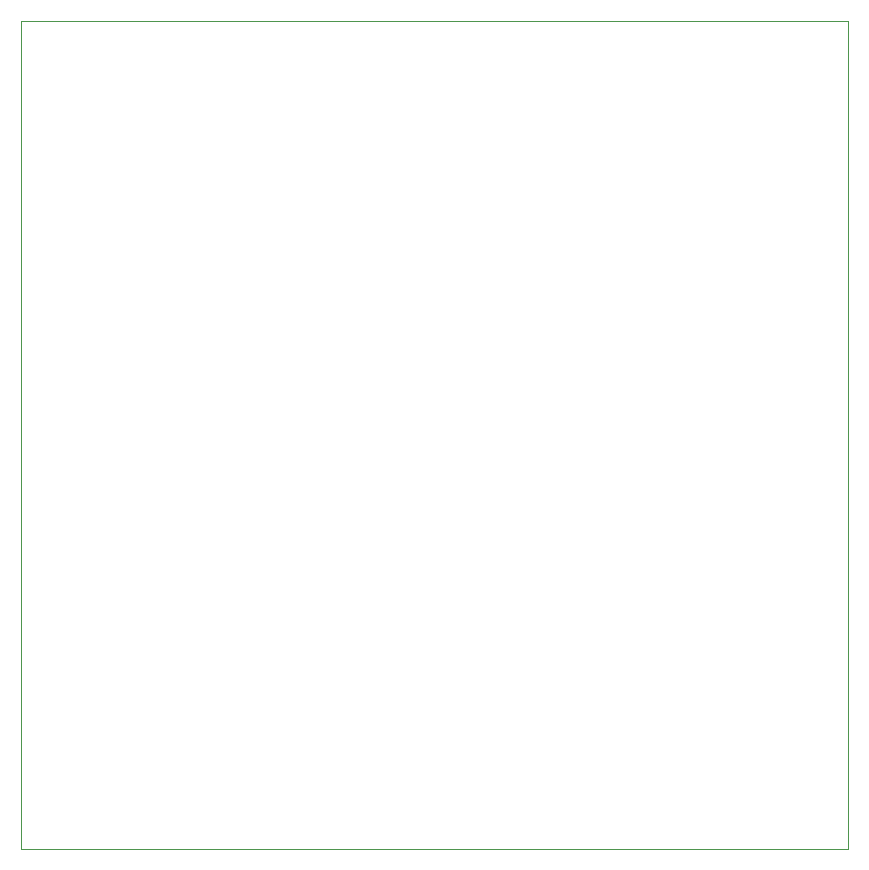
<source format=gko>
G04 Layer_Color=16711935*
%FSLAX23Y23*%
%MOIN*%
G70*
G01*
G75*
%ADD63C,0.001*%
D63*
X1353Y295D02*
X4110D01*
Y3055D01*
X1355Y295D02*
Y3055D01*
X4110Y3052D02*
Y3055D01*
X4110Y3055D01*
X1355D02*
X4110D01*
M02*

</source>
